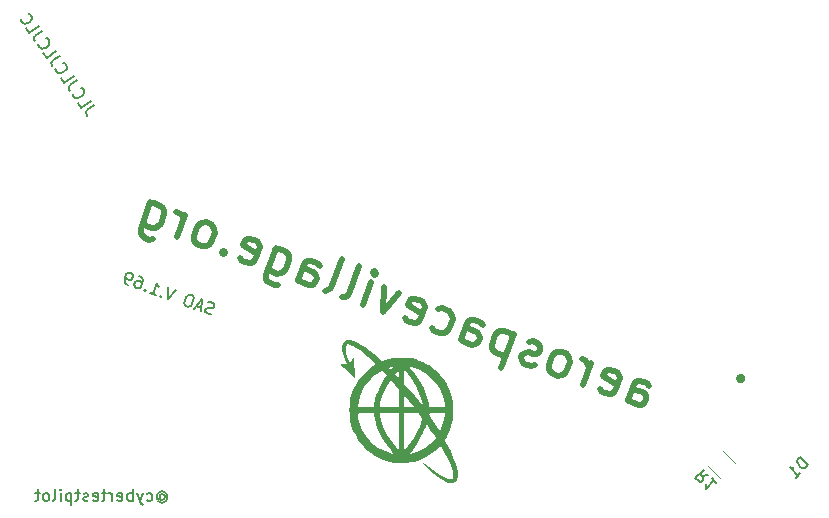
<source format=gbo>
%TF.GenerationSoftware,KiCad,Pcbnew,(6.0.4-0)*%
%TF.CreationDate,2022-05-26T18:37:45-04:00*%
%TF.ProjectId,space_shuttle_SAO,73706163-655f-4736-9875-74746c655f53,v04*%
%TF.SameCoordinates,Original*%
%TF.FileFunction,Legend,Bot*%
%TF.FilePolarity,Positive*%
%FSLAX46Y46*%
G04 Gerber Fmt 4.6, Leading zero omitted, Abs format (unit mm)*
G04 Created by KiCad (PCBNEW (6.0.4-0)) date 2022-05-26 18:37:45*
%MOMM*%
%LPD*%
G01*
G04 APERTURE LIST*
%ADD10C,0.150000*%
%ADD11C,0.500000*%
%ADD12C,0.400000*%
%ADD13C,0.120000*%
G04 APERTURE END LIST*
D10*
X110448520Y-79928680D02*
X109863411Y-80338378D01*
X109773702Y-80459325D01*
X109750314Y-80591965D01*
X109793247Y-80736300D01*
X109847873Y-80814315D01*
X109083104Y-79722112D02*
X109356236Y-80112184D01*
X110175388Y-79538608D01*
X108642169Y-78926348D02*
X108630475Y-78992669D01*
X108673407Y-79137003D01*
X108728033Y-79215018D01*
X108848980Y-79304726D01*
X108981621Y-79328115D01*
X109086948Y-79312496D01*
X109270290Y-79242250D01*
X109387312Y-79160311D01*
X109516028Y-79012051D01*
X109566729Y-78918417D01*
X109590117Y-78785776D01*
X109547185Y-78641441D01*
X109492559Y-78563427D01*
X109371612Y-78473718D01*
X109305292Y-78462024D01*
X108973609Y-77822289D02*
X108388500Y-78231987D01*
X108298792Y-78352934D01*
X108275403Y-78485574D01*
X108318336Y-78629909D01*
X108372962Y-78707924D01*
X107608193Y-77615721D02*
X107881325Y-78005793D01*
X108700477Y-77432217D01*
X107167258Y-76819957D02*
X107155564Y-76886278D01*
X107198496Y-77030612D01*
X107253122Y-77108627D01*
X107374069Y-77198336D01*
X107506710Y-77221724D01*
X107612038Y-77206105D01*
X107795380Y-77135859D01*
X107912401Y-77053920D01*
X108041117Y-76905660D01*
X108091818Y-76812026D01*
X108115207Y-76679385D01*
X108072274Y-76535051D01*
X108017648Y-76457036D01*
X107896701Y-76367327D01*
X107830381Y-76355633D01*
X107498698Y-75715898D02*
X106913589Y-76125596D01*
X106823881Y-76246543D01*
X106800493Y-76379183D01*
X106843425Y-76523518D01*
X106898051Y-76601533D01*
X106133283Y-75509330D02*
X106406414Y-75899403D01*
X107225566Y-75325826D01*
X105692347Y-74713566D02*
X105680653Y-74779887D01*
X105723585Y-74924222D01*
X105778212Y-75002236D01*
X105899158Y-75091945D01*
X106031799Y-75115333D01*
X106137127Y-75099714D01*
X106320469Y-75029468D01*
X106437491Y-74947529D01*
X106566206Y-74799269D01*
X106616908Y-74705635D01*
X106640296Y-74572994D01*
X106597364Y-74428660D01*
X106542737Y-74350645D01*
X106421791Y-74260937D01*
X106355470Y-74249242D01*
X106023787Y-73609508D02*
X105438679Y-74019205D01*
X105348970Y-74140152D01*
X105325582Y-74272792D01*
X105368514Y-74417127D01*
X105423140Y-74495142D01*
X104658372Y-73402939D02*
X104931503Y-73793012D01*
X105750655Y-73219435D01*
X104217436Y-72607175D02*
X104205742Y-72673496D01*
X104248674Y-72817831D01*
X104303301Y-72895845D01*
X104424247Y-72985554D01*
X104556888Y-73008942D01*
X104662216Y-72993323D01*
X104845558Y-72923077D01*
X104962580Y-72841138D01*
X105091296Y-72692878D01*
X105141997Y-72599244D01*
X105165385Y-72466603D01*
X105122453Y-72322269D01*
X105067826Y-72244254D01*
X104946880Y-72154546D01*
X104880559Y-72142851D01*
X115970392Y-112935070D02*
X116018011Y-112887451D01*
X116113249Y-112839832D01*
X116208487Y-112839832D01*
X116303725Y-112887451D01*
X116351344Y-112935070D01*
X116398963Y-113030308D01*
X116398963Y-113125546D01*
X116351344Y-113220784D01*
X116303725Y-113268403D01*
X116208487Y-113316022D01*
X116113249Y-113316022D01*
X116018011Y-113268403D01*
X115970392Y-113220784D01*
X115970392Y-112839832D02*
X115970392Y-113220784D01*
X115922773Y-113268403D01*
X115875154Y-113268403D01*
X115779916Y-113220784D01*
X115732297Y-113125546D01*
X115732297Y-112887451D01*
X115827535Y-112744594D01*
X115970392Y-112649356D01*
X116160868Y-112601737D01*
X116351344Y-112649356D01*
X116494201Y-112744594D01*
X116589440Y-112887451D01*
X116637059Y-113077927D01*
X116589440Y-113268403D01*
X116494201Y-113411260D01*
X116351344Y-113506499D01*
X116160868Y-113554118D01*
X115970392Y-113506499D01*
X115827535Y-113411260D01*
X114875154Y-113363641D02*
X114970392Y-113411260D01*
X115160868Y-113411260D01*
X115256106Y-113363641D01*
X115303725Y-113316022D01*
X115351344Y-113220784D01*
X115351344Y-112935070D01*
X115303725Y-112839832D01*
X115256106Y-112792213D01*
X115160868Y-112744594D01*
X114970392Y-112744594D01*
X114875154Y-112792213D01*
X114541820Y-112744594D02*
X114303725Y-113411260D01*
X114065630Y-112744594D02*
X114303725Y-113411260D01*
X114398963Y-113649356D01*
X114446582Y-113696975D01*
X114541820Y-113744594D01*
X113684678Y-113411260D02*
X113684678Y-112411260D01*
X113684678Y-112792213D02*
X113589440Y-112744594D01*
X113398963Y-112744594D01*
X113303725Y-112792213D01*
X113256106Y-112839832D01*
X113208487Y-112935070D01*
X113208487Y-113220784D01*
X113256106Y-113316022D01*
X113303725Y-113363641D01*
X113398963Y-113411260D01*
X113589440Y-113411260D01*
X113684678Y-113363641D01*
X112398963Y-113363641D02*
X112494201Y-113411260D01*
X112684678Y-113411260D01*
X112779916Y-113363641D01*
X112827535Y-113268403D01*
X112827535Y-112887451D01*
X112779916Y-112792213D01*
X112684678Y-112744594D01*
X112494201Y-112744594D01*
X112398963Y-112792213D01*
X112351344Y-112887451D01*
X112351344Y-112982689D01*
X112827535Y-113077927D01*
X111922773Y-113411260D02*
X111922773Y-112744594D01*
X111922773Y-112935070D02*
X111875154Y-112839832D01*
X111827535Y-112792213D01*
X111732297Y-112744594D01*
X111637059Y-112744594D01*
X111446582Y-112744594D02*
X111065630Y-112744594D01*
X111303725Y-112411260D02*
X111303725Y-113268403D01*
X111256106Y-113363641D01*
X111160868Y-113411260D01*
X111065630Y-113411260D01*
X110351344Y-113363641D02*
X110446582Y-113411260D01*
X110637059Y-113411260D01*
X110732297Y-113363641D01*
X110779916Y-113268403D01*
X110779916Y-112887451D01*
X110732297Y-112792213D01*
X110637059Y-112744594D01*
X110446582Y-112744594D01*
X110351344Y-112792213D01*
X110303725Y-112887451D01*
X110303725Y-112982689D01*
X110779916Y-113077927D01*
X109922773Y-113363641D02*
X109827535Y-113411260D01*
X109637059Y-113411260D01*
X109541820Y-113363641D01*
X109494201Y-113268403D01*
X109494201Y-113220784D01*
X109541820Y-113125546D01*
X109637059Y-113077927D01*
X109779916Y-113077927D01*
X109875154Y-113030308D01*
X109922773Y-112935070D01*
X109922773Y-112887451D01*
X109875154Y-112792213D01*
X109779916Y-112744594D01*
X109637059Y-112744594D01*
X109541820Y-112792213D01*
X109208487Y-112744594D02*
X108827535Y-112744594D01*
X109065630Y-112411260D02*
X109065630Y-113268403D01*
X109018011Y-113363641D01*
X108922773Y-113411260D01*
X108827535Y-113411260D01*
X108494201Y-112744594D02*
X108494201Y-113744594D01*
X108494201Y-112792213D02*
X108398963Y-112744594D01*
X108208487Y-112744594D01*
X108113249Y-112792213D01*
X108065630Y-112839832D01*
X108018011Y-112935070D01*
X108018011Y-113220784D01*
X108065630Y-113316022D01*
X108113249Y-113363641D01*
X108208487Y-113411260D01*
X108398963Y-113411260D01*
X108494201Y-113363641D01*
X107589440Y-113411260D02*
X107589440Y-112744594D01*
X107589440Y-112411260D02*
X107637059Y-112458880D01*
X107589440Y-112506499D01*
X107541820Y-112458880D01*
X107589440Y-112411260D01*
X107589440Y-112506499D01*
X106970392Y-113411260D02*
X107065630Y-113363641D01*
X107113249Y-113268403D01*
X107113249Y-112411260D01*
X106446582Y-113411260D02*
X106541820Y-113363641D01*
X106589440Y-113316022D01*
X106637059Y-113220784D01*
X106637059Y-112935070D01*
X106589440Y-112839832D01*
X106541820Y-112792213D01*
X106446582Y-112744594D01*
X106303725Y-112744594D01*
X106208487Y-112792213D01*
X106160868Y-112839832D01*
X106113249Y-112935070D01*
X106113249Y-113220784D01*
X106160868Y-113316022D01*
X106208487Y-113363641D01*
X106303725Y-113411260D01*
X106446582Y-113411260D01*
X105827535Y-112744594D02*
X105446582Y-112744594D01*
X105684678Y-112411260D02*
X105684678Y-113268403D01*
X105637059Y-113363641D01*
X105541820Y-113411260D01*
X105446582Y-113411260D01*
D11*
X155591914Y-104963348D02*
X156129374Y-103486688D01*
X156361336Y-103267064D01*
X156678680Y-103230542D01*
X157215647Y-103425983D01*
X157435271Y-103657944D01*
X155640774Y-104829106D02*
X155860398Y-105061068D01*
X156531607Y-105305368D01*
X156848950Y-105268846D01*
X157080912Y-105049222D01*
X157178632Y-104780739D01*
X157142110Y-104463395D01*
X156922487Y-104231433D01*
X156251278Y-103987133D01*
X156031654Y-103755171D01*
X153224422Y-103949625D02*
X153444045Y-104181587D01*
X153981012Y-104377027D01*
X154298356Y-104340506D01*
X154530318Y-104120882D01*
X154921198Y-103046948D01*
X154884676Y-102729604D01*
X154665053Y-102497642D01*
X154128085Y-102302202D01*
X153810742Y-102338724D01*
X153578780Y-102558347D01*
X153481060Y-102826831D01*
X154725758Y-103583915D01*
X151833144Y-103595267D02*
X152517184Y-101715882D01*
X152321744Y-102252849D02*
X152285222Y-101935505D01*
X152199840Y-101752404D01*
X151980217Y-101520442D01*
X151711733Y-101422722D01*
X149685275Y-102813507D02*
X150002618Y-102776985D01*
X150185720Y-102691603D01*
X150417682Y-102471980D01*
X150710842Y-101666529D01*
X150674320Y-101349185D01*
X150588939Y-101166083D01*
X150369315Y-100934122D01*
X149966590Y-100787541D01*
X149649246Y-100824063D01*
X149466144Y-100909445D01*
X149234182Y-101129069D01*
X148941022Y-101934519D01*
X148977544Y-102251863D01*
X149062926Y-102434965D01*
X149282549Y-102666927D01*
X149685275Y-102813507D01*
X147720508Y-101946365D02*
X147403164Y-101982886D01*
X146866197Y-101787446D01*
X146646573Y-101555484D01*
X146610052Y-101238141D01*
X146658912Y-101103899D01*
X146890873Y-100884275D01*
X147208217Y-100847754D01*
X147610942Y-100994334D01*
X147928286Y-100957812D01*
X148160248Y-100738188D01*
X148209108Y-100603947D01*
X148172586Y-100286603D01*
X147952963Y-100054641D01*
X147550237Y-99908061D01*
X147232894Y-99944583D01*
X145939336Y-99321741D02*
X144913275Y-102140819D01*
X145890475Y-99455983D02*
X145670852Y-99224021D01*
X145133885Y-99028581D01*
X144816541Y-99065102D01*
X144633439Y-99150484D01*
X144401477Y-99370108D01*
X144108317Y-100175559D01*
X144144839Y-100492902D01*
X144230221Y-100676004D01*
X144449844Y-100907966D01*
X144986812Y-101103406D01*
X145304155Y-101066884D01*
X141496525Y-99833046D02*
X142033985Y-98356386D01*
X142265947Y-98136762D01*
X142583290Y-98100240D01*
X143120258Y-98295680D01*
X143339881Y-98527642D01*
X141545385Y-99698804D02*
X141765008Y-99930766D01*
X142436217Y-100175066D01*
X142753561Y-100138544D01*
X142985523Y-99918920D01*
X143083243Y-99650437D01*
X143046721Y-99333093D01*
X142827098Y-99101131D01*
X142155889Y-98856831D01*
X141936265Y-98624869D01*
X138994790Y-98770463D02*
X139214414Y-99002425D01*
X139751381Y-99197865D01*
X140068725Y-99161343D01*
X140251827Y-99075962D01*
X140483789Y-98856338D01*
X140776949Y-98050887D01*
X140740427Y-97733544D01*
X140655045Y-97550442D01*
X140435422Y-97318480D01*
X139898454Y-97123040D01*
X139581111Y-97159562D01*
X136712680Y-97939843D02*
X136932303Y-98171805D01*
X137469271Y-98367245D01*
X137786614Y-98330723D01*
X138018576Y-98111100D01*
X138409456Y-97037165D01*
X138372935Y-96719822D01*
X138153311Y-96487860D01*
X137616344Y-96292420D01*
X137299000Y-96328941D01*
X137067038Y-96548565D01*
X136969318Y-96817049D01*
X138214016Y-97574132D01*
X136273926Y-95803819D02*
X134918676Y-97438905D01*
X134931508Y-95315219D01*
X133173533Y-96803724D02*
X133857573Y-94924339D01*
X134199593Y-93984646D02*
X134284975Y-94167748D01*
X134101873Y-94253130D01*
X134016492Y-94070028D01*
X134199593Y-93984646D01*
X134101873Y-94253130D01*
X131428390Y-96168544D02*
X131745733Y-96132022D01*
X131977695Y-95912399D01*
X132857175Y-93496046D01*
X129951730Y-95631084D02*
X130269073Y-95594562D01*
X130501035Y-95374938D01*
X131380516Y-92958586D01*
X127669619Y-94800463D02*
X128207079Y-93323804D01*
X128439041Y-93104180D01*
X128756385Y-93067658D01*
X129293352Y-93263098D01*
X129512976Y-93495060D01*
X127718479Y-94666222D02*
X127938103Y-94898183D01*
X128609312Y-95142484D01*
X128926655Y-95105962D01*
X129158617Y-94886338D01*
X129256337Y-94617855D01*
X129219815Y-94300511D01*
X129000192Y-94068549D01*
X128328983Y-93824249D01*
X128109359Y-93592287D01*
X125803065Y-91992738D02*
X124972445Y-94274848D01*
X125008966Y-94592192D01*
X125094348Y-94775294D01*
X125313972Y-95007256D01*
X125716697Y-95153836D01*
X126034041Y-95117314D01*
X125167885Y-93737881D02*
X125387508Y-93969843D01*
X125924476Y-94165283D01*
X126241819Y-94128761D01*
X126424921Y-94043380D01*
X126656883Y-93823756D01*
X126950043Y-93018305D01*
X126913521Y-92700962D01*
X126828139Y-92517860D01*
X126608516Y-92285898D01*
X126071549Y-92090458D01*
X125754205Y-92126980D01*
X122751532Y-92858401D02*
X122971156Y-93090363D01*
X123508123Y-93285803D01*
X123825467Y-93249281D01*
X124057429Y-93029657D01*
X124448309Y-91955723D01*
X124411787Y-91638379D01*
X124192163Y-91406418D01*
X123655196Y-91210977D01*
X123337853Y-91247499D01*
X123105891Y-91467123D01*
X123008171Y-91735606D01*
X124252869Y-92492690D01*
X121457974Y-92235559D02*
X121274873Y-92320941D01*
X121360254Y-92504042D01*
X121543356Y-92418661D01*
X121457974Y-92235559D01*
X121360254Y-92504042D01*
X119615111Y-91868862D02*
X119932454Y-91832340D01*
X120115556Y-91746959D01*
X120347518Y-91527335D01*
X120640678Y-90721884D01*
X120604157Y-90404541D01*
X120518775Y-90221439D01*
X120299151Y-89989477D01*
X119896426Y-89842897D01*
X119579082Y-89879419D01*
X119395980Y-89964800D01*
X119164018Y-90184424D01*
X118870858Y-90989875D01*
X118907380Y-91307218D01*
X118992762Y-91490320D01*
X119212385Y-91722282D01*
X119615111Y-91868862D01*
X117467242Y-91087102D02*
X118151282Y-89207717D01*
X117955842Y-89744684D02*
X117919320Y-89427340D01*
X117833939Y-89244238D01*
X117614315Y-89012277D01*
X117345831Y-88914556D01*
X115197963Y-88132796D02*
X114367342Y-90414907D01*
X114403864Y-90732250D01*
X114489246Y-90915352D01*
X114708869Y-91147314D01*
X115111595Y-91293894D01*
X115428938Y-91257372D01*
X114562782Y-89877940D02*
X114782406Y-90109901D01*
X115319373Y-90305342D01*
X115636717Y-90268820D01*
X115819819Y-90183438D01*
X116051780Y-89963814D01*
X116344941Y-89158364D01*
X116308419Y-88841020D01*
X116223037Y-88657918D01*
X116003413Y-88425956D01*
X115466446Y-88230516D01*
X115149103Y-88267038D01*
D10*
X120328134Y-97618629D02*
X120177606Y-97614516D01*
X119953869Y-97533083D01*
X119880661Y-97455762D01*
X119852201Y-97394728D01*
X119840027Y-97288947D01*
X119872600Y-97199453D01*
X119949921Y-97126245D01*
X120010955Y-97097784D01*
X120116736Y-97085610D01*
X120312012Y-97106010D01*
X120417793Y-97093836D01*
X120478827Y-97065375D01*
X120556147Y-96992167D01*
X120588721Y-96902673D01*
X120576547Y-96796892D01*
X120548086Y-96735858D01*
X120474878Y-96658537D01*
X120251142Y-96577104D01*
X120100614Y-96572991D01*
X119514622Y-97069159D02*
X119067149Y-96906293D01*
X119506396Y-97370216D02*
X119535186Y-96316517D01*
X118879935Y-97142203D01*
X118729735Y-96023357D02*
X118550746Y-95958210D01*
X118444965Y-95970384D01*
X118322897Y-96027305D01*
X118213003Y-96190008D01*
X118098996Y-96503239D01*
X118078597Y-96698514D01*
X118135518Y-96820582D01*
X118208726Y-96897903D01*
X118387715Y-96963049D01*
X118493496Y-96950876D01*
X118615564Y-96893954D01*
X118725458Y-96731252D01*
X118839465Y-96418021D01*
X118859864Y-96222745D01*
X118802943Y-96100677D01*
X118729735Y-96023357D01*
X117342570Y-95518470D02*
X116687319Y-96344156D01*
X116716108Y-95290457D01*
X116093430Y-96026648D02*
X116032396Y-96055109D01*
X116060857Y-96116142D01*
X116121891Y-96087682D01*
X116093430Y-96026648D01*
X116060857Y-96116142D01*
X115121164Y-95774122D02*
X115658131Y-95969562D01*
X115389648Y-95871842D02*
X115731668Y-94932150D01*
X115772303Y-95098965D01*
X115829224Y-95221033D01*
X115902432Y-95298353D01*
X114751012Y-95538048D02*
X114689978Y-95566508D01*
X114718439Y-95627542D01*
X114779473Y-95599082D01*
X114751012Y-95538048D01*
X114718439Y-95627542D01*
X114210261Y-94378403D02*
X114389250Y-94443550D01*
X114462458Y-94520870D01*
X114490918Y-94581904D01*
X114531553Y-94748719D01*
X114511154Y-94943995D01*
X114380860Y-95301973D01*
X114303540Y-95375181D01*
X114242506Y-95403642D01*
X114136724Y-95415816D01*
X113957735Y-95350669D01*
X113884527Y-95273348D01*
X113856067Y-95212314D01*
X113843893Y-95106533D01*
X113925326Y-94882797D01*
X114002647Y-94809589D01*
X114063681Y-94781128D01*
X114169462Y-94768954D01*
X114348451Y-94834101D01*
X114421659Y-94911422D01*
X114450120Y-94972456D01*
X114462294Y-95078237D01*
X113331274Y-95122655D02*
X113152284Y-95057509D01*
X113079077Y-94980188D01*
X113050616Y-94919154D01*
X113009982Y-94752339D01*
X113030381Y-94557063D01*
X113160674Y-94199085D01*
X113237995Y-94125877D01*
X113299029Y-94097417D01*
X113404810Y-94085243D01*
X113583799Y-94150389D01*
X113657007Y-94227710D01*
X113685468Y-94288744D01*
X113697642Y-94394525D01*
X113616208Y-94618262D01*
X113538888Y-94691469D01*
X113477854Y-94719930D01*
X113372072Y-94732104D01*
X113193083Y-94666957D01*
X113119875Y-94589637D01*
X113091415Y-94528603D01*
X113079241Y-94422821D01*
%TO.C,D1*%
X170890368Y-110413132D02*
X170183262Y-109706025D01*
X170014903Y-109874384D01*
X169947559Y-110009071D01*
X169947559Y-110143758D01*
X169981231Y-110244773D01*
X170082246Y-110413132D01*
X170183262Y-110514147D01*
X170351620Y-110615163D01*
X170452636Y-110648834D01*
X170587323Y-110648834D01*
X170722010Y-110581491D01*
X170890368Y-110413132D01*
X169812872Y-111490628D02*
X170216933Y-111086567D01*
X170014903Y-111288598D02*
X169307796Y-110581491D01*
X169476155Y-110615163D01*
X169610842Y-110615163D01*
X169711857Y-110581491D01*
%TO.C,R1*%
X162442472Y-111194057D02*
X161870052Y-111295072D01*
X162038411Y-110789996D02*
X161331304Y-111497102D01*
X161600678Y-111766477D01*
X161701693Y-111800148D01*
X161769037Y-111800148D01*
X161870052Y-111766477D01*
X161971067Y-111665461D01*
X162004739Y-111564446D01*
X162004739Y-111497102D01*
X161971067Y-111396087D01*
X161701693Y-111126713D01*
X163115907Y-111867492D02*
X162711846Y-111463431D01*
X162913877Y-111665461D02*
X162206770Y-112372568D01*
X162240442Y-112204209D01*
X162240442Y-112069522D01*
X162206770Y-111968507D01*
%TO.C,svg2mod*%
G36*
X136704687Y-110209267D02*
G01*
X136638945Y-110214315D01*
X136354354Y-110217315D01*
X136207509Y-110209454D01*
X136068537Y-110202015D01*
X135782494Y-110167948D01*
X135782221Y-110167915D01*
X135496136Y-110114915D01*
X135211017Y-110042815D01*
X134895487Y-109930515D01*
X134539693Y-109769715D01*
X134190103Y-109583275D01*
X133893178Y-109394115D01*
X133608209Y-109161375D01*
X133299650Y-108864395D01*
X133013375Y-108550275D01*
X132795259Y-108266145D01*
X132565933Y-107878725D01*
X132370181Y-107459115D01*
X132213375Y-107020415D01*
X132100888Y-106575765D01*
X132057398Y-106206125D01*
X132053224Y-106072315D01*
X132765277Y-106072315D01*
X132768877Y-106192665D01*
X132806957Y-106396255D01*
X132864597Y-106668765D01*
X132941037Y-106933395D01*
X133036107Y-107189835D01*
X133149653Y-107437795D01*
X133281519Y-107676945D01*
X133431541Y-107906995D01*
X133599564Y-108127625D01*
X133785426Y-108338525D01*
X134122839Y-108651315D01*
X134501464Y-108924305D01*
X134904467Y-109146805D01*
X135315013Y-109308105D01*
X135675778Y-109409765D01*
X135782494Y-109432565D01*
X135769780Y-109416095D01*
X137154801Y-109416095D01*
X137192821Y-109421095D01*
X137459037Y-109350195D01*
X137961139Y-109159795D01*
X138429039Y-108908025D01*
X138844689Y-108606225D01*
X139027279Y-108440105D01*
X139190039Y-108265735D01*
X139345305Y-108084035D01*
X139272955Y-107958325D01*
X138895605Y-107387975D01*
X138590601Y-106943325D01*
X138590581Y-106943015D01*
X138501411Y-107176155D01*
X138305237Y-107619765D01*
X138275214Y-107675333D01*
X138045117Y-108101205D01*
X137735720Y-108595355D01*
X137391716Y-109077085D01*
X137161701Y-109386895D01*
X137154801Y-109416095D01*
X135769780Y-109416095D01*
X135528685Y-109103765D01*
X135238039Y-108709465D01*
X134981824Y-108324385D01*
X134759530Y-107947415D01*
X134570646Y-107577475D01*
X134414661Y-107213485D01*
X134291062Y-106854335D01*
X134199342Y-106498965D01*
X134138982Y-106146255D01*
X134119813Y-105996035D01*
X134608947Y-105996035D01*
X134648367Y-106242155D01*
X134709257Y-106541145D01*
X134797137Y-106843515D01*
X134913207Y-107151645D01*
X135058660Y-107467955D01*
X135234694Y-107794825D01*
X135442509Y-108134635D01*
X135958267Y-108862695D01*
X136207509Y-109172505D01*
X136220009Y-107584265D01*
X136220009Y-105996035D01*
X134608947Y-105996035D01*
X134119813Y-105996035D01*
X134119752Y-105995555D01*
X133438678Y-105995555D01*
X132997410Y-105995095D01*
X132997534Y-105995015D01*
X132830177Y-106013615D01*
X132787047Y-106036615D01*
X132765277Y-106072315D01*
X132053224Y-106072315D01*
X132050784Y-105994085D01*
X136696762Y-105994085D01*
X136696787Y-105994785D01*
X136696787Y-107583735D01*
X136704687Y-109171725D01*
X137038822Y-108732505D01*
X137476691Y-108108415D01*
X137671831Y-107784025D01*
X137846861Y-107449745D01*
X137995798Y-107117855D01*
X138112658Y-106800675D01*
X138228987Y-106440635D01*
X138072760Y-106226235D01*
X137950586Y-106058765D01*
X138761225Y-106058765D01*
X138866705Y-106259625D01*
X139120308Y-106654355D01*
X139591395Y-107372275D01*
X139703397Y-107557115D01*
X139789687Y-107364825D01*
X139909083Y-107072075D01*
X140004733Y-106779125D01*
X140076263Y-106487245D01*
X140123303Y-106197685D01*
X140147573Y-105996035D01*
X140147569Y-105995565D01*
X139454400Y-105995565D01*
X138856825Y-106004565D01*
X138775415Y-106023365D01*
X138761275Y-106058640D01*
X138761225Y-106058765D01*
X137950586Y-106058765D01*
X137916532Y-106012085D01*
X137306524Y-106003085D01*
X136696787Y-105994085D01*
X136696762Y-105994085D01*
X132050784Y-105994085D01*
X132042898Y-105741265D01*
X132052664Y-105428165D01*
X132757931Y-105428165D01*
X132773771Y-105461165D01*
X132856921Y-105478965D01*
X133438846Y-105487965D01*
X134119757Y-105487965D01*
X134119763Y-105487925D01*
X134609109Y-105487925D01*
X136220175Y-105487925D01*
X136220175Y-104464475D01*
X136696787Y-104464475D01*
X136696787Y-105487855D01*
X137093845Y-105487855D01*
X137490903Y-105471055D01*
X137093845Y-104959355D01*
X136696787Y-104464475D01*
X136220175Y-104464475D01*
X136220175Y-103900655D01*
X136196263Y-103872964D01*
X135937282Y-103573055D01*
X135890575Y-103519555D01*
X136696691Y-103519555D01*
X136818308Y-103653915D01*
X137308884Y-104235035D01*
X137901806Y-104979205D01*
X138252624Y-105421335D01*
X138275214Y-105435935D01*
X138282214Y-105422035D01*
X138270054Y-105328635D01*
X138186394Y-104934085D01*
X138052682Y-104518335D01*
X137873590Y-104093905D01*
X137653798Y-103673345D01*
X137231615Y-103020745D01*
X136809448Y-102454045D01*
X136699186Y-102326905D01*
X136699091Y-102326935D01*
X136696691Y-103519555D01*
X135890575Y-103519555D01*
X135689850Y-103289635D01*
X135617880Y-103224135D01*
X135576604Y-103208702D01*
X135565460Y-103204535D01*
X135565459Y-103204595D01*
X135531049Y-103218695D01*
X135496439Y-103256595D01*
X135405389Y-103396645D01*
X135142060Y-103850335D01*
X134920288Y-104326745D01*
X134752331Y-104796145D01*
X134650449Y-105228825D01*
X134609109Y-105487925D01*
X134119763Y-105487925D01*
X134140667Y-105337025D01*
X134222127Y-104892175D01*
X134333426Y-104478975D01*
X134450872Y-104178915D01*
X134623429Y-103810045D01*
X134820611Y-103433805D01*
X135011934Y-103111625D01*
X135203733Y-102777295D01*
X135148503Y-102695095D01*
X135116588Y-102660755D01*
X135926350Y-102660755D01*
X136049409Y-102800395D01*
X136196263Y-102943405D01*
X136213073Y-102852105D01*
X136220073Y-102628535D01*
X136208063Y-102311035D01*
X136208056Y-102311035D01*
X136208041Y-102311045D01*
X136061187Y-102485775D01*
X135926350Y-102660755D01*
X135116588Y-102660755D01*
X135015778Y-102552285D01*
X134828065Y-102366495D01*
X134828060Y-102366105D01*
X134619197Y-102482675D01*
X134343170Y-102656505D01*
X134080921Y-102860355D01*
X133835169Y-103090905D01*
X133608632Y-103344825D01*
X133404029Y-103618775D01*
X133224078Y-103909435D01*
X133071497Y-104213485D01*
X132949004Y-104527575D01*
X132821711Y-105017885D01*
X132757931Y-105428165D01*
X132052664Y-105428165D01*
X132057398Y-105276415D01*
X132100888Y-104906775D01*
X132212023Y-104462505D01*
X132364719Y-104034165D01*
X132558852Y-103622055D01*
X132794297Y-103226485D01*
X133037828Y-102909485D01*
X133354232Y-102568115D01*
X133694471Y-102251525D01*
X133826315Y-102149975D01*
X135425904Y-102149975D01*
X135501374Y-102243275D01*
X135576604Y-102313975D01*
X135682839Y-102180105D01*
X135760965Y-102081425D01*
X137158840Y-102081425D01*
X137188710Y-102134525D01*
X137391527Y-102405845D01*
X137747526Y-102904545D01*
X138063198Y-103409805D01*
X138324724Y-103897875D01*
X138518288Y-104344995D01*
X138682325Y-104914145D01*
X138739265Y-105192665D01*
X138761275Y-105388835D01*
X138761275Y-105487135D01*
X140147615Y-105487135D01*
X140121655Y-105270335D01*
X140035605Y-104810355D01*
X139891549Y-104365995D01*
X139693732Y-103943205D01*
X139446395Y-103547945D01*
X139153781Y-103186165D01*
X138820134Y-102863795D01*
X138449698Y-102586805D01*
X138046713Y-102361145D01*
X137633554Y-102197155D01*
X137225918Y-102073925D01*
X137167278Y-102064925D01*
X137167240Y-102064525D01*
X137158840Y-102081425D01*
X135760965Y-102081425D01*
X135788833Y-102046225D01*
X135788828Y-102046075D01*
X135698938Y-102068675D01*
X135517474Y-102109575D01*
X135425904Y-102149975D01*
X133826315Y-102149975D01*
X134009507Y-102008875D01*
X134292400Y-101821635D01*
X134007825Y-101548845D01*
X133636347Y-101208255D01*
X133275084Y-100906135D01*
X132932670Y-100647755D01*
X132617738Y-100438445D01*
X132338921Y-100283465D01*
X132104853Y-100188165D01*
X131924168Y-100157765D01*
X131856538Y-100168565D01*
X131805498Y-100197565D01*
X131760598Y-100259165D01*
X131731658Y-100347365D01*
X131721298Y-100598215D01*
X131773708Y-100939825D01*
X131888191Y-101361865D01*
X131972551Y-101605765D01*
X132021821Y-101707245D01*
X132235251Y-101479875D01*
X132384931Y-101315085D01*
X132418971Y-101295785D01*
X132432331Y-101313085D01*
X132555870Y-102998895D01*
X131886735Y-102442965D01*
X131222407Y-101881745D01*
X131378636Y-101860845D01*
X131685563Y-101837045D01*
X131792153Y-101828045D01*
X131836503Y-101811045D01*
X131692774Y-101447395D01*
X131579267Y-101155915D01*
X131496677Y-100892435D01*
X131444997Y-100656865D01*
X131424227Y-100449065D01*
X131434367Y-100268925D01*
X131475417Y-100116325D01*
X131547377Y-99991155D01*
X131650240Y-99893255D01*
X131791105Y-99827555D01*
X131964617Y-99806255D01*
X131964563Y-99806775D01*
X132187183Y-99832875D01*
X132443518Y-99908875D01*
X132731177Y-100033635D01*
X133047776Y-100205905D01*
X133390922Y-100424485D01*
X133758230Y-100688195D01*
X134147311Y-100995805D01*
X134555777Y-101346145D01*
X134813432Y-101575195D01*
X135084547Y-101484095D01*
X135413776Y-101385695D01*
X135724107Y-101323295D01*
X136058118Y-101290695D01*
X136458388Y-101281695D01*
X136957834Y-101296095D01*
X137330378Y-101353895D01*
X137645544Y-101433295D01*
X137950002Y-101532795D01*
X138243153Y-101651845D01*
X138524397Y-101789845D01*
X138793136Y-101946205D01*
X139048772Y-102120345D01*
X139290707Y-102311675D01*
X139518340Y-102519615D01*
X139731074Y-102743575D01*
X139928309Y-102982955D01*
X140109447Y-103237185D01*
X140273888Y-103505665D01*
X140421037Y-103787815D01*
X140550291Y-104083045D01*
X140661053Y-104390765D01*
X140752723Y-104710395D01*
X140801093Y-104919235D01*
X140827493Y-105108655D01*
X140841173Y-105741745D01*
X140828783Y-106375635D01*
X140802383Y-106563915D01*
X140753433Y-106773085D01*
X140658323Y-107099805D01*
X140540422Y-107426795D01*
X140406812Y-107736135D01*
X140264564Y-108009925D01*
X140119874Y-108261085D01*
X140252787Y-108502395D01*
X140613844Y-109217645D01*
X140931535Y-109938255D01*
X141071743Y-110316335D01*
X141160993Y-110622995D01*
X141208223Y-110896125D01*
X141222353Y-111173655D01*
X141210773Y-111427555D01*
X141169573Y-111608525D01*
X141090713Y-111737235D01*
X140966137Y-111834335D01*
X140825003Y-111891635D01*
X140624600Y-111893635D01*
X140441953Y-111862935D01*
X140238387Y-111792635D01*
X140014914Y-111683355D01*
X139772542Y-111535775D01*
X139512279Y-111350555D01*
X139235139Y-111128365D01*
X138634261Y-110575755D01*
X138141784Y-110088325D01*
X138443663Y-110323145D01*
X139131770Y-110832085D01*
X139722075Y-111212915D01*
X140207834Y-111461685D01*
X140409399Y-111535285D01*
X140582298Y-111574385D01*
X140710284Y-111577385D01*
X140794524Y-111522585D01*
X140832854Y-111477085D01*
X140852204Y-111424185D01*
X140848904Y-111208965D01*
X140782654Y-110847575D01*
X140629374Y-110401725D01*
X140387992Y-109868645D01*
X140057436Y-109245545D01*
X139768775Y-108730955D01*
X139703397Y-108792207D01*
X139479394Y-109002075D01*
X139256539Y-109198085D01*
X139024417Y-109377475D01*
X138783762Y-109540045D01*
X138535302Y-109685645D01*
X138017893Y-109925165D01*
X137478036Y-110094615D01*
X137192821Y-110144845D01*
X136921575Y-110192615D01*
X136704687Y-110209267D01*
G37*
G36*
X132997410Y-105995095D02*
G01*
X132997395Y-105995105D01*
X132997395Y-105995095D01*
X132997410Y-105995095D01*
G37*
D12*
%TO.C,D1*%
X165359722Y-103057380D02*
G75*
G03*
X165359722Y-103057380I-199999J0D01*
G01*
D13*
%TO.C,R1*%
X162369797Y-110474211D02*
X163398021Y-111502435D01*
X163656731Y-109187277D02*
X164684955Y-110215501D01*
%TD*%
M02*

</source>
